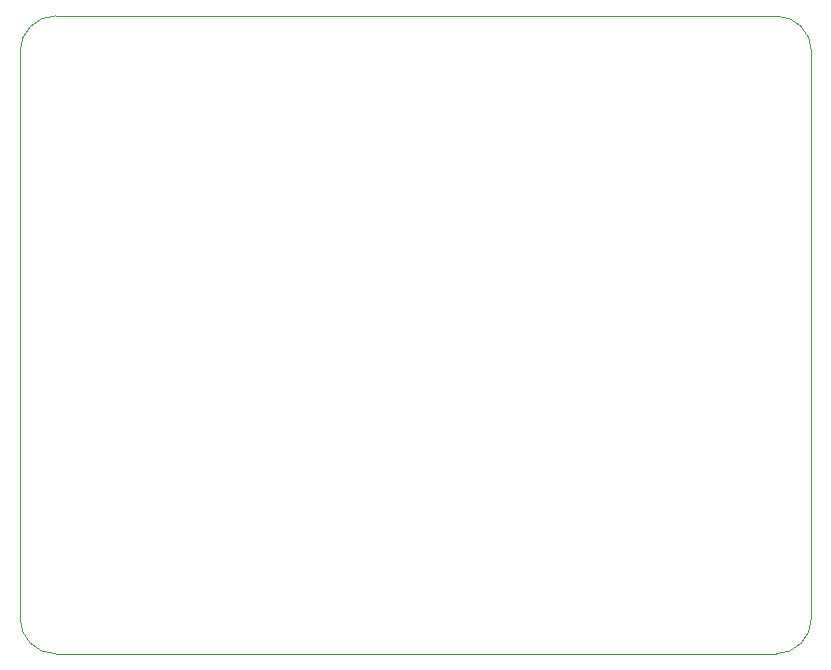
<source format=gbr>
%TF.GenerationSoftware,KiCad,Pcbnew,7.0.9-7.0.9~ubuntu22.04.1*%
%TF.CreationDate,2023-12-09T20:31:49+01:00*%
%TF.ProjectId,mp3alarm,6d703361-6c61-4726-9d2e-6b696361645f,v0.2*%
%TF.SameCoordinates,Original*%
%TF.FileFunction,Profile,NP*%
%FSLAX46Y46*%
G04 Gerber Fmt 4.6, Leading zero omitted, Abs format (unit mm)*
G04 Created by KiCad (PCBNEW 7.0.9-7.0.9~ubuntu22.04.1) date 2023-12-09 20:31:49*
%MOMM*%
%LPD*%
G01*
G04 APERTURE LIST*
%TA.AperFunction,Profile*%
%ADD10C,0.050000*%
%TD*%
G04 APERTURE END LIST*
D10*
X111000000Y-105000000D02*
X111000000Y-57000000D01*
X44000000Y-57000000D02*
X44000000Y-105000000D01*
X47000000Y-108000000D02*
X108000000Y-108000000D01*
X108000000Y-54000000D02*
X47000000Y-54000000D01*
X47000000Y-54000000D02*
G75*
G03*
X44000000Y-57000000I0J-3000000D01*
G01*
X108000000Y-108000000D02*
G75*
G03*
X111000000Y-105000000I0J3000000D01*
G01*
X111000000Y-57000000D02*
G75*
G03*
X108000000Y-54000000I-3000000J0D01*
G01*
X44000000Y-105000000D02*
G75*
G03*
X47000000Y-108000000I3000000J0D01*
G01*
M02*

</source>
